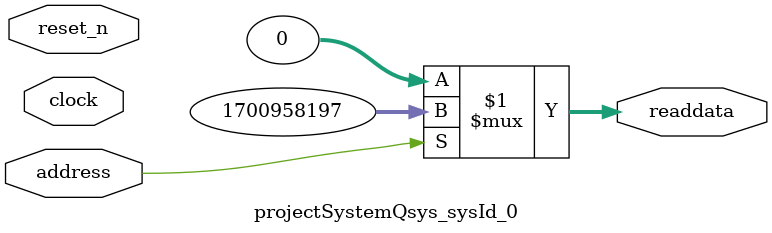
<source format=v>



// synthesis translate_off
`timescale 1ns / 1ps
// synthesis translate_on

// turn off superfluous verilog processor warnings 
// altera message_level Level1 
// altera message_off 10034 10035 10036 10037 10230 10240 10030 

module projectSystemQsys_sysId_0 (
               // inputs:
                address,
                clock,
                reset_n,

               // outputs:
                readdata
             )
;

  output  [ 31: 0] readdata;
  input            address;
  input            clock;
  input            reset_n;

  wire    [ 31: 0] readdata;
  //control_slave, which is an e_avalon_slave
  assign readdata = address ? 1700958197 : 0;

endmodule



</source>
